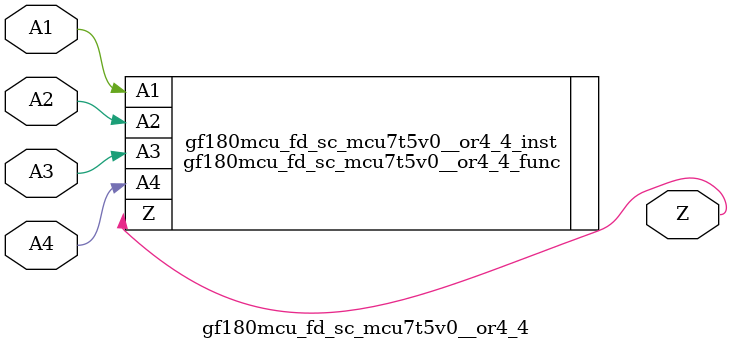
<source format=v>

module gf180mcu_fd_sc_mcu7t5v0__or4_4( A4, A3, A2, A1, Z );
input A1, A2, A3, A4;
output Z;

   `ifdef FUNCTIONAL  //  functional //

	gf180mcu_fd_sc_mcu7t5v0__or4_4_func gf180mcu_fd_sc_mcu7t5v0__or4_4_behav_inst(.A4(A4),.A3(A3),.A2(A2),.A1(A1),.Z(Z));

   `else

	gf180mcu_fd_sc_mcu7t5v0__or4_4_func gf180mcu_fd_sc_mcu7t5v0__or4_4_inst(.A4(A4),.A3(A3),.A2(A2),.A1(A1),.Z(Z));

	// spec_gates_begin


	// spec_gates_end



   specify

	// specify_block_begin

	// comb arc A1 --> Z
	 (A1 => Z) = (1.0,1.0);

	// comb arc A2 --> Z
	 (A2 => Z) = (1.0,1.0);

	// comb arc A3 --> Z
	 (A3 => Z) = (1.0,1.0);

	// comb arc A4 --> Z
	 (A4 => Z) = (1.0,1.0);

	// specify_block_end

   endspecify

   `endif

endmodule

</source>
